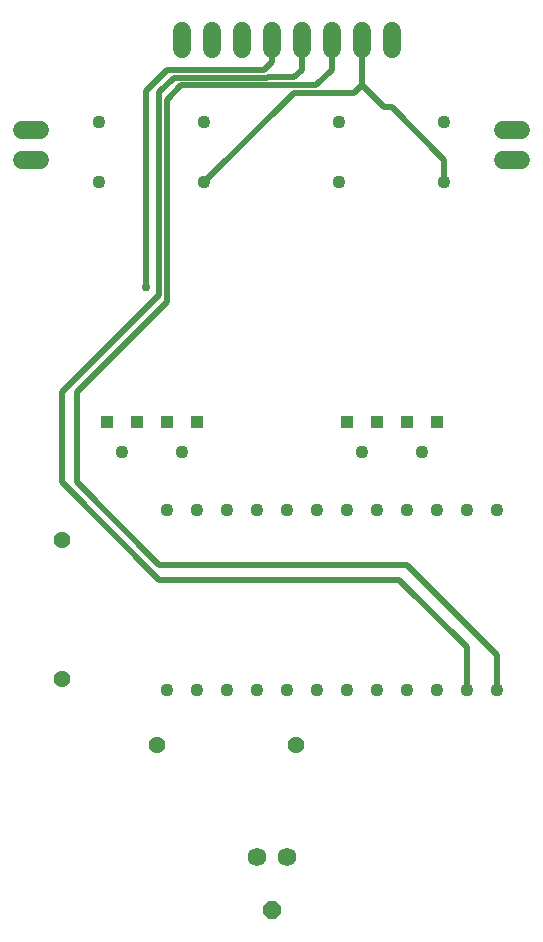
<source format=gbr>
G04 EAGLE Gerber RS-274X export*
G75*
%MOMM*%
%FSLAX34Y34*%
%LPD*%
%INBottom Copper*%
%IPPOS*%
%AMOC8*
5,1,8,0,0,1.08239X$1,22.5*%
G01*
G04 Define Apertures*
%ADD10R,1.108000X1.108000*%
%ADD11C,1.108000*%
%ADD12C,1.524000*%
%ADD13C,1.430000*%
%ADD14P,1.64956X8X22.5*%
%ADD15C,1.581000*%
%ADD16C,0.508000*%
%ADD17C,0.756400*%
D10*
X-139700Y679450D03*
X-114300Y679450D03*
X-88900Y679450D03*
X-63500Y679450D03*
D11*
X-127000Y654050D03*
X-76200Y654050D03*
X-57150Y882650D03*
X-57150Y933450D03*
X-146050Y882650D03*
X-146050Y933450D03*
D10*
X63500Y679450D03*
X88900Y679450D03*
X114300Y679450D03*
X139700Y679450D03*
D11*
X76200Y654050D03*
X127000Y654050D03*
X146050Y882650D03*
X146050Y933450D03*
X57150Y882650D03*
X57150Y933450D03*
X190500Y605562D03*
X165100Y605562D03*
X139700Y605562D03*
X114300Y605562D03*
X88900Y605562D03*
X63500Y605562D03*
X38100Y605562D03*
X12700Y605562D03*
X-12700Y605562D03*
X-38100Y605562D03*
X-63500Y605562D03*
X-88900Y605562D03*
X-88900Y453162D03*
X-63500Y453162D03*
X-38100Y453162D03*
X-12700Y453162D03*
X12700Y453162D03*
X38100Y453162D03*
X63500Y453162D03*
X88900Y453162D03*
X114300Y453162D03*
X139700Y453162D03*
X165100Y453162D03*
X190500Y453162D03*
D12*
X101600Y995680D02*
X101600Y1010920D01*
X76200Y1010920D02*
X76200Y995680D01*
X50800Y995680D02*
X50800Y1010920D01*
X25400Y1010920D02*
X25400Y995680D01*
X0Y995680D02*
X0Y1010920D01*
X-25400Y1010920D02*
X-25400Y995680D01*
X-50800Y995680D02*
X-50800Y1010920D01*
X-76200Y1010920D02*
X-76200Y995680D01*
X-196218Y927100D02*
X-211458Y927100D01*
X-211458Y901700D02*
X-196218Y901700D01*
X196218Y901700D02*
X211458Y901700D01*
X211458Y927100D02*
X196218Y927100D01*
D13*
X-96900Y406400D03*
X20700Y406400D03*
X-177800Y461900D03*
X-177800Y579500D03*
D14*
X0Y266700D03*
D15*
X12700Y311150D03*
X-12700Y311150D03*
D16*
X76200Y965200D02*
X76200Y1003300D01*
X76200Y965200D02*
X95250Y946150D01*
X101600Y946150D01*
X146050Y901700D01*
X146050Y882650D01*
X18542Y958342D02*
X-57150Y882650D01*
X69342Y958342D02*
X76200Y965200D01*
X69342Y958342D02*
X18542Y958342D01*
X50800Y977900D02*
X50800Y1003300D01*
X-165100Y704850D02*
X-165100Y628650D01*
X-95250Y558800D01*
X114300Y558800D01*
X190500Y482600D01*
X190500Y453162D01*
X37846Y964946D02*
X50800Y977900D01*
X-88646Y952754D02*
X-88646Y781304D01*
X-165100Y704850D01*
X-625Y964946D02*
X37846Y964946D01*
X-625Y964946D02*
X-879Y964692D01*
X-76708Y964692D02*
X-88646Y952754D01*
X-76708Y964692D02*
X-879Y964692D01*
X25400Y977900D02*
X25400Y1003300D01*
X25400Y977900D02*
X19050Y971550D01*
X-95250Y958850D02*
X-95250Y787400D01*
X-177800Y704850D01*
X-177800Y628650D01*
X-95250Y546100D01*
X107950Y546100D01*
X165100Y488950D01*
X165100Y453162D01*
X19050Y971550D02*
X-3361Y971550D01*
X-3615Y971296D01*
X-82804Y971296D02*
X-95250Y958850D01*
X-82804Y971296D02*
X-3615Y971296D01*
X0Y984250D02*
X0Y1003300D01*
X0Y984250D02*
X-6350Y977900D01*
X-88900Y977900D01*
D17*
X-106454Y793750D03*
D16*
X-106454Y960346D02*
X-88900Y977900D01*
X-106454Y960346D02*
X-106454Y793750D01*
M02*

</source>
